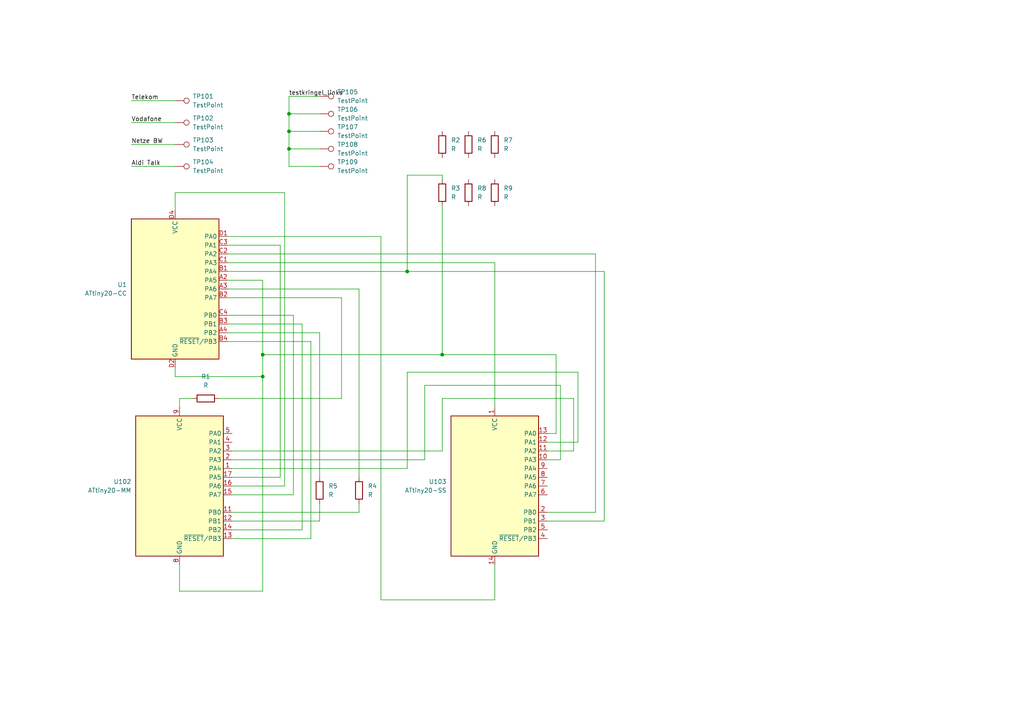
<source format=kicad_sch>
(kicad_sch (version 20250114) (generator "eeschema") (generator_version "9.0")
  (paper "A4")
  (lib_symbols
    (symbol "Connector:TestPoint" (pin_numbers (hide yes)) (pin_names (offset 0.762) (hide yes))
      (property "Reference" "TP" (at 0 6.858 0))
      (property "Value" "TestPoint" (at 0 5.08 0))
      (symbol "TestPoint_0_1"
        (circle (center 0 3.302) (radius 0.762))
      )
      (symbol "TestPoint_1_1"
        (pin passive line (at 0 0 90) (length 2.54) (name "1") (number "1"))
      )
    )
    (symbol "Device:R" (pin_numbers (hide yes)) (pin_names (offset 0))
      (property "Reference" "R" (at 2.032 0 90))
      (property "Value" "R" (at 0 0 90))
      (symbol "R_0_1"
        (rectangle (start -1.016 -2.54) (end 1.016 2.54) (stroke (width 0.254)))
      )
      (symbol "R_1_1"
        (pin passive line (at 0 3.81 270) (length 1.27) (name "~") (number "1"))
        (pin passive line (at 0 -3.81 90) (length 1.27) (name "~") (number "2"))
      )
    )
    (symbol "MCU_Microchip_ATtiny:ATtiny20-CC"
      (property "Reference" "U" (at -12.7 21.59 0))
      (property "Value" "ATtiny20-CC" (at 2.54 -21.59 0))
      (symbol "ATtiny20-CC_0_1"
        (rectangle (start -12.7 -20.32) (end 12.7 20.32) (stroke (width 0.254)) (fill (type background)))
      )
      (symbol "ATtiny20-CC_1_1"
        (pin power_in line (at 0 22.86 270) (length 2.54) (name "VCC") (number "D4"))
        (pin power_in line (at 0 -22.86 90) (length 2.54) (name "GND") (number "D2"))
        (pin passive line (at 0 -22.86 90) (length 2.54) (hide yes) (name "GND") (number "D3"))
        (pin bidirectional line (at 15.24 15.24 180) (length 2.54) (name "PA0") (number "D1"))
        (pin bidirectional line (at 15.24 12.7 180) (length 2.54) (name "PA1") (number "C3"))
        (pin bidirectional line (at 15.24 10.16 180) (length 2.54) (name "PA2") (number "C2"))
        (pin bidirectional line (at 15.24 7.62 180) (length 2.54) (name "PA3") (number "C1"))
        (pin bidirectional line (at 15.24 5.08 180) (length 2.54) (name "PA4") (number "B1"))
        (pin bidirectional line (at 15.24 2.54 180) (length 2.54) (name "PA5") (number "A2"))
        (pin bidirectional line (at 15.24 0 180) (length 2.54) (name "PA6") (number "A3"))
        (pin bidirectional line (at 15.24 -2.54 180) (length 2.54) (name "PA7") (number "B2"))
        (pin bidirectional line (at 15.24 -7.62 180) (length 2.54) (name "PB0") (number "C4"))
        (pin bidirectional line (at 15.24 -10.16 180) (length 2.54) (name "PB1") (number "B3"))
        (pin bidirectional line (at 15.24 -12.7 180) (length 2.54) (name "PB2") (number "A4"))
        (pin bidirectional line (at 15.24 -15.24 180) (length 2.54) (name "~{RESET}/PB3") (number "B4"))
      )
    )
    (symbol "MCU_Microchip_ATtiny:ATtiny20-MM"
      (property "Reference" "U" (at -12.7 21.59 0))
      (property "Value" "ATtiny20-MM" (at 2.54 -21.59 0))
      (symbol "ATtiny20-MM_0_1"
        (rectangle (start -12.7 -20.32) (end 12.7 20.32) (stroke (width 0.254)) (fill (type background)))
      )
      (symbol "ATtiny20-MM_1_1"
        (pin no_connect line (at -12.7 -5.08 0) (length 2.54) (hide yes) (name "NC") (number "6"))
        (pin no_connect line (at -12.7 -7.62 0) (length 2.54) (hide yes) (name "NC") (number "7"))
        (pin no_connect line (at -12.7 -10.16 0) (length 2.54) (hide yes) (name "NC") (number "10"))
        (pin no_connect line (at -12.7 -12.7 0) (length 2.54) (hide yes) (name "NC") (number "18"))
        (pin no_connect line (at -12.7 -15.24 0) (length 2.54) (hide yes) (name "NC") (number "19"))
        (pin no_connect line (at -12.7 -17.78 0) (length 2.54) (hide yes) (name "NC") (number "20"))
        (pin power_in line (at 0 22.86 270) (length 2.54) (name "VCC") (number "9"))
        (pin passive line (at 0 -22.86 90) (length 2.54) (hide yes) (name "GND") (number "21"))
        (pin power_in line (at 0 -22.86 90) (length 2.54) (name "GND") (number "8"))
        (pin bidirectional line (at 15.24 15.24 180) (length 2.54) (name "PA0") (number "5"))
        (pin bidirectional line (at 15.24 12.7 180) (length 2.54) (name "PA1") (number "4"))
        (pin bidirectional line (at 15.24 10.16 180) (length 2.54) (name "PA2") (number "3"))
        (pin bidirectional line (at 15.24 7.62 180) (length 2.54) (name "PA3") (number "2"))
        (pin bidirectional line (at 15.24 5.08 180) (length 2.54) (name "PA4") (number "1"))
        (pin bidirectional line (at 15.24 2.54 180) (length 2.54) (name "PA5") (number "17"))
        (pin bidirectional line (at 15.24 0 180) (length 2.54) (name "PA6") (number "16"))
        (pin bidirectional line (at 15.24 -2.54 180) (length 2.54) (name "PA7") (number "15"))
        (pin bidirectional line (at 15.24 -7.62 180) (length 2.54) (name "PB0") (number "11"))
        (pin bidirectional line (at 15.24 -10.16 180) (length 2.54) (name "PB1") (number "12"))
        (pin bidirectional line (at 15.24 -12.7 180) (length 2.54) (name "PB2") (number "14"))
        (pin bidirectional line (at 15.24 -15.24 180) (length 2.54) (name "~{RESET}/PB3") (number "13"))
      )
    )
    (symbol "MCU_Microchip_ATtiny:ATtiny20-SS"
      (property "Reference" "U" (at -12.7 21.59 0))
      (property "Value" "ATtiny20-SS" (at 2.54 -21.59 0))
      (symbol "ATtiny20-SS_0_1"
        (rectangle (start -12.7 -20.32) (end 12.7 20.32) (stroke (width 0.254)) (fill (type background)))
      )
      (symbol "ATtiny20-SS_1_1"
        (pin power_in line (at 0 22.86 270) (length 2.54) (name "VCC") (number "1"))
        (pin power_in line (at 0 -22.86 90) (length 2.54) (name "GND") (number "14"))
        (pin bidirectional line (at 15.24 15.24 180) (length 2.54) (name "PA0") (number "13"))
        (pin bidirectional line (at 15.24 12.7 180) (length 2.54) (name "PA1") (number "12"))
        (pin bidirectional line (at 15.24 10.16 180) (length 2.54) (name "PA2") (number "11"))
        (pin bidirectional line (at 15.24 7.62 180) (length 2.54) (name "PA3") (number "10"))
        (pin bidirectional line (at 15.24 5.08 180) (length 2.54) (name "PA4") (number "9"))
        (pin bidirectional line (at 15.24 2.54 180) (length 2.54) (name "PA5") (number "8"))
        (pin bidirectional line (at 15.24 0 180) (length 2.54) (name "PA6") (number "7"))
        (pin bidirectional line (at 15.24 -2.54 180) (length 2.54) (name "PA7") (number "6"))
        (pin bidirectional line (at 15.24 -7.62 180) (length 2.54) (name "PB0") (number "2"))
        (pin bidirectional line (at 15.24 -10.16 180) (length 2.54) (name "PB1") (number "3"))
        (pin bidirectional line (at 15.24 -12.7 180) (length 2.54) (name "PB2") (number "5"))
        (pin bidirectional line (at 15.24 -15.24 180) (length 2.54) (name "~{RESET}/PB3") (number "4"))
      )
    )
  )
  (junction (at 83.82 43.18))
  (junction (at 76.2 102.87))
  (junction (at 83.82 38.1))
  (junction (at 83.82 33.02))
  (junction (at 76.2 109.22))
  (junction (at 118.11 78.74))
  (junction (at 128.27 102.87))
  (wire (pts (xy 50.8 109.22) (xy 76.2 109.22)))
  (wire (pts (xy 166.37 130.81) (xy 158.75 130.81)))
  (wire (pts (xy 143.51 76.2) (xy 143.51 118.11)))
  (wire (pts (xy 161.29 102.87) (xy 128.27 102.87)))
  (wire (pts (xy 128.27 102.87) (xy 76.2 102.87)))
  (wire (pts (xy 52.07 171.45) (xy 76.2 171.45)))
  (wire (pts (xy 66.04 91.44) (xy 85.09 91.44)))
  (wire (pts (xy 87.63 93.98) (xy 87.63 153.67)))
  (wire (pts (xy 158.75 151.13) (xy 175.26 151.13)))
  (wire (pts (xy 38.1 29.21) (xy 50.8 29.21)))
  (wire (pts (xy 66.04 99.06) (xy 90.17 99.06)))
  (wire (pts (xy 110.49 173.99) (xy 110.49 68.58)))
  (wire (pts (xy 175.26 151.13) (xy 175.26 78.74)))
  (wire (pts (xy 76.2 81.28) (xy 76.2 102.87)))
  (wire (pts (xy 175.26 78.74) (xy 118.11 78.74)))
  (wire (pts (xy 83.82 38.1) (xy 83.82 43.18)))
  (wire (pts (xy 99.06 86.36) (xy 99.06 115.57)))
  (wire (pts (xy 158.75 148.59) (xy 172.72 148.59)))
  (wire (pts (xy 92.71 146.05) (xy 92.71 151.13)))
  (wire (pts (xy 90.17 156.21) (xy 67.31 156.21)))
  (wire (pts (xy 38.1 48.26) (xy 50.8 48.26)))
  (wire (pts (xy 118.11 107.95) (xy 118.11 135.89)))
  (wire (pts (xy 123.19 133.35) (xy 67.31 133.35)))
  (wire (pts (xy 66.04 93.98) (xy 87.63 93.98)))
  (wire (pts (xy 104.14 146.05) (xy 104.14 148.59)))
  (wire (pts (xy 90.17 99.06) (xy 90.17 156.21)))
  (wire (pts (xy 76.2 109.22) (xy 76.2 171.45)))
  (wire (pts (xy 82.55 55.88) (xy 82.55 140.97)))
  (wire (pts (xy 92.71 96.52) (xy 92.71 138.43)))
  (wire (pts (xy 83.82 48.26) (xy 92.71 48.26)))
  (wire (pts (xy 63.5 115.57) (xy 99.06 115.57)))
  (wire (pts (xy 66.04 71.12) (xy 81.28 71.12)))
  (wire (pts (xy 66.04 81.28) (xy 76.2 81.28)))
  (wire (pts (xy 167.64 128.27) (xy 167.64 107.95)))
  (wire (pts (xy 166.37 115.57) (xy 166.37 130.81)))
  (wire (pts (xy 50.8 106.68) (xy 50.8 109.22)))
  (wire (pts (xy 52.07 163.83) (xy 52.07 171.45)))
  (wire (pts (xy 110.49 68.58) (xy 66.04 68.58)))
  (wire (pts (xy 118.11 50.8) (xy 118.11 78.74)))
  (wire (pts (xy 167.64 107.95) (xy 118.11 107.95)))
  (wire (pts (xy 128.27 115.57) (xy 166.37 115.57)))
  (wire (pts (xy 158.75 125.73) (xy 161.29 125.73)))
  (wire (pts (xy 67.31 135.89) (xy 118.11 135.89)))
  (wire (pts (xy 85.09 143.51) (xy 67.31 143.51)))
  (wire (pts (xy 38.1 35.56) (xy 50.8 35.56)))
  (wire (pts (xy 104.14 83.82) (xy 104.14 138.43)))
  (wire (pts (xy 128.27 130.81) (xy 128.27 115.57)))
  (wire (pts (xy 67.31 130.81) (xy 128.27 130.81)))
  (wire (pts (xy 83.82 33.02) (xy 83.82 38.1)))
  (wire (pts (xy 66.04 76.2) (xy 143.51 76.2)))
  (wire (pts (xy 123.19 111.76) (xy 123.19 133.35)))
  (wire (pts (xy 83.82 33.02) (xy 92.71 33.02)))
  (wire (pts (xy 76.2 102.87) (xy 76.2 109.22)))
  (wire (pts (xy 81.28 71.12) (xy 81.28 138.43)))
  (wire (pts (xy 66.04 96.52) (xy 92.71 96.52)))
  (wire (pts (xy 52.07 115.57) (xy 52.07 118.11)))
  (wire (pts (xy 158.75 133.35) (xy 162.56 133.35)))
  (wire (pts (xy 118.11 78.74) (xy 66.04 78.74)))
  (wire (pts (xy 66.04 73.66) (xy 172.72 73.66)))
  (wire (pts (xy 38.1 41.91) (xy 50.8 41.91)))
  (wire (pts (xy 128.27 52.07) (xy 128.27 50.8)))
  (wire (pts (xy 92.71 151.13) (xy 67.31 151.13)))
  (wire (pts (xy 143.51 163.83) (xy 143.51 173.99)))
  (wire (pts (xy 81.28 138.43) (xy 67.31 138.43)))
  (wire (pts (xy 128.27 59.69) (xy 128.27 102.87)))
  (wire (pts (xy 158.75 128.27) (xy 167.64 128.27)))
  (wire (pts (xy 83.82 38.1) (xy 92.71 38.1)))
  (wire (pts (xy 83.82 43.18) (xy 92.71 43.18)))
  (wire (pts (xy 50.8 55.88) (xy 82.55 55.88)))
  (wire (pts (xy 83.82 27.94) (xy 83.82 33.02)))
  (wire (pts (xy 85.09 91.44) (xy 85.09 143.51)))
  (wire (pts (xy 82.55 140.97) (xy 67.31 140.97)))
  (wire (pts (xy 143.51 173.99) (xy 110.49 173.99)))
  (wire (pts (xy 66.04 86.36) (xy 99.06 86.36)))
  (wire (pts (xy 172.72 148.59) (xy 172.72 73.66)))
  (wire (pts (xy 66.04 83.82) (xy 104.14 83.82)))
  (wire (pts (xy 128.27 50.8) (xy 118.11 50.8)))
  (wire (pts (xy 83.82 27.94) (xy 92.71 27.94)))
  (wire (pts (xy 162.56 111.76) (xy 123.19 111.76)))
  (wire (pts (xy 162.56 133.35) (xy 162.56 111.76)))
  (wire (pts (xy 83.82 43.18) (xy 83.82 48.26)))
  (wire (pts (xy 55.88 115.57) (xy 52.07 115.57)))
  (wire (pts (xy 87.63 153.67) (xy 67.31 153.67)))
  (wire (pts (xy 161.29 125.73) (xy 161.29 102.87)))
  (wire (pts (xy 104.14 148.59) (xy 67.31 148.59)))
  (wire (pts (xy 50.8 60.96) (xy 50.8 55.88)))
  (label "testkringel_links" (at 83.82 27.94 0))
  (label "Aldi Talk" (at 38.1 48.26 0))
  (label "Netze BW" (at 38.1 41.91 0))
  (label "Telekom" (at 38.1 29.21 0))
  (label "Vodafone" (at 38.1 35.56 0))
  (symbol (lib_id "Connector:TestPoint") (at 50.8 35.56 270) (mirror x) (unit 1)
    (property "Reference" "TP102" (at 55.88 34.2899 90) (effects (justify left)))
    (property "Value" "TestPoint" (at 55.88 36.8299 90) (effects (justify left)))
    (property "Footprint" "TestPoint:TestPoint_Pad_D1.5mm" (effects (hide yes)))
    (property "Description" "test point" (effects (hide yes)))
  )
  (symbol (lib_id "Connector:TestPoint") (at 50.8 29.21 270) (mirror x) (unit 1)
    (property "Reference" "TP101" (at 55.88 27.9399 90) (effects (justify left)))
    (property "Value" "TestPoint" (at 55.88 30.4799 90) (effects (justify left)))
    (property "Footprint" "TestPoint:TestPoint_Pad_D1.5mm" (effects (hide yes)))
    (property "Description" "test point" (effects (hide yes)))
  )
  (symbol (lib_id "Device:R") (at 104.14 142.24 180) (unit 1)
    (property "Reference" "R4" (at 106.68 140.9699 0) (effects (justify right)))
    (property "Value" "R" (at 106.68 143.5099 0) (effects (justify right)))
    (property "Footprint" "Resistor_SMD:R_0201_0603Metric" (effects (hide yes)))
    (property "Description" "Resistor" (effects (hide yes)))
  )
  (symbol (lib_id "Device:R") (at 135.89 41.91 0) (unit 1)
    (property "Reference" "R6" (at 138.43 40.6399 0) (effects (justify left)))
    (property "Value" "R" (at 138.43 43.1799 0) (effects (justify left)))
    (property "Footprint" "Resistor_SMD:R_0402_1005Metric" (effects (hide yes)))
    (property "Description" "Resistor" (effects (hide yes)))
  )
  (symbol (lib_id "Connector:TestPoint") (at 92.71 43.18 270) (mirror x) (unit 1)
    (property "Reference" "TP108" (at 97.79 41.9099 90) (effects (justify left)))
    (property "Value" "TestPoint" (at 97.79 44.4499 90) (effects (justify left)))
    (property "Footprint" "TestPoint:TestPoint_Pad_D1.5mm" (effects (hide yes)))
    (property "Description" "test point" (effects (hide yes)))
  )
  (symbol (lib_id "MCU_Microchip_ATtiny:ATtiny20-MM") (at 52.07 140.97 0) (unit 1)
    (property "Reference" "U102" (at 38.1 139.6999 0) (effects (justify right)))
    (property "Value" "ATtiny20-MM" (at 38.1 142.2399 0) (effects (justify right)))
    (property "Footprint" "Package_DFN_QFN:QFN-20-1EP_3x3mm_P0.45mm_EP1.6x1.6mm" (effects (hide yes)))
    (property "Datasheet" "http://ww1.microchip.com/downloads/en/DeviceDoc/atmel-8235-8-bit-avr-microcontroller-attiny20_datasheet.pdf" (effects (hide yes)))
    (property "Description" "12MHz, 2kB Flash, 128B SRAM, No EEPROM, QFN-20" (effects (hide yes)))
  )
  (symbol (lib_id "Device:R") (at 128.27 41.91 0) (unit 1)
    (property "Reference" "R2" (at 130.81 40.6399 0) (effects (justify left)))
    (property "Value" "R" (at 130.81 43.1799 0) (effects (justify left)))
    (property "Footprint" "Resistor_SMD:R_0402_1005Metric" (effects (hide yes)))
    (property "Description" "Resistor" (effects (hide yes)))
  )
  (symbol (lib_id "Connector:TestPoint") (at 50.8 41.91 270) (mirror x) (unit 1)
    (property "Reference" "TP103" (at 55.88 40.6399 90) (effects (justify left)))
    (property "Value" "TestPoint" (at 55.88 43.1799 90) (effects (justify left)))
    (property "Footprint" "TestPoint:TestPoint_Pad_D1.5mm" (effects (hide yes)))
    (property "Description" "test point" (effects (hide yes)))
  )
  (symbol (lib_id "Connector:TestPoint") (at 92.71 33.02 270) (mirror x) (unit 1)
    (property "Reference" "TP106" (at 97.79 31.7499 90) (effects (justify left)))
    (property "Value" "TestPoint" (at 97.79 34.2899 90) (effects (justify left)))
    (property "Footprint" "TestPoint:TestPoint_Pad_D1.5mm" (effects (hide yes)))
    (property "Description" "test point" (effects (hide yes)))
  )
  (symbol (lib_id "Device:R") (at 143.51 55.88 0) (unit 1)
    (property "Reference" "R9" (at 146.05 54.6099 0) (effects (justify left)))
    (property "Value" "R" (at 146.05 57.1499 0) (effects (justify left)))
    (property "Footprint" "Resistor_SMD:R_1206_3216Metric" (effects (hide yes)))
    (property "Description" "Resistor" (effects (hide yes)))
  )
  (symbol (lib_id "Connector:TestPoint") (at 92.71 48.26 270) (mirror x) (unit 1)
    (property "Reference" "TP109" (at 97.79 46.9899 90) (effects (justify left)))
    (property "Value" "TestPoint" (at 97.79 49.5299 90) (effects (justify left)))
    (property "Footprint" "TestPoint:TestPoint_Pad_D1.5mm" (effects (hide yes)))
    (property "Description" "test point" (effects (hide yes)))
  )
  (symbol (lib_id "MCU_Microchip_ATtiny:ATtiny20-CC") (at 50.8 83.82 0) (unit 1)
    (property "Reference" "U1" (at 36.83 82.5499 0) (effects (justify right)))
    (property "Value" "ATtiny20-CC" (at 36.83 85.0899 0) (effects (justify right)))
    (property "Footprint" "Package_BGA:UFBGA-15_3.0x3.0mm_Layout4x4_P0.65mm" (effects (hide yes)))
    (property "Datasheet" "http://ww1.microchip.com/downloads/en/DeviceDoc/atmel-8235-8-bit-avr-microcontroller-attiny20_datasheet.pdf" (effects (hide yes)))
    (property "Description" "12MHz, 2kB Flash, 128B SRAM, No EEPROM, UFBGA-15" (effects (hide yes)))
  )
  (symbol (lib_id "Device:R") (at 143.51 41.91 0) (unit 1)
    (property "Reference" "R7" (at 146.05 40.6399 0) (effects (justify left)))
    (property "Value" "R" (at 146.05 43.1799 0) (effects (justify left)))
    (property "Footprint" "Resistor_SMD:R_0402_1005Metric" (effects (hide yes)))
    (property "Description" "Resistor" (effects (hide yes)))
  )
  (symbol (lib_id "Device:R") (at 135.89 55.88 0) (unit 1)
    (property "Reference" "R8" (at 138.43 54.6099 0) (effects (justify left)))
    (property "Value" "R" (at 138.43 57.1499 0) (effects (justify left)))
    (property "Footprint" "Resistor_SMD:R_1206_3216Metric" (effects (hide yes)))
    (property "Description" "Resistor" (effects (hide yes)))
  )
  (symbol (lib_id "Device:R") (at 128.27 55.88 180) (unit 1)
    (property "Reference" "R3" (at 130.81 54.6099 0) (effects (justify right)))
    (property "Value" "R" (at 130.81 57.1499 0) (effects (justify right)))
    (property "Footprint" "Resistor_SMD:R_1206_3216Metric" (effects (hide yes)))
    (property "Description" "Resistor" (effects (hide yes)))
  )
  (symbol (lib_id "Connector:TestPoint") (at 92.71 27.94 270) (mirror x) (unit 1)
    (property "Reference" "TP105" (at 97.79 26.6699 90) (effects (justify left)))
    (property "Value" "TestPoint" (at 97.79 29.2099 90) (effects (justify left)))
    (property "Footprint" "TestPoint:TestPoint_Pad_D1.5mm" (effects (hide yes)))
    (property "Description" "test point" (effects (hide yes)))
  )
  (symbol (lib_id "Connector:TestPoint") (at 50.8 48.26 270) (mirror x) (unit 1)
    (property "Reference" "TP104" (at 55.88 46.9899 90) (effects (justify left)))
    (property "Value" "TestPoint" (at 55.88 49.5299 90) (effects (justify left)))
    (property "Footprint" "TestPoint:TestPoint_Pad_D1.5mm" (effects (hide yes)))
    (property "Description" "test point" (effects (hide yes)))
  )
  (symbol (lib_id "Connector:TestPoint") (at 92.71 38.1 270) (mirror x) (unit 1)
    (property "Reference" "TP107" (at 97.79 36.8299 90) (effects (justify left)))
    (property "Value" "TestPoint" (at 97.79 39.3699 90) (effects (justify left)))
    (property "Footprint" "TestPoint:TestPoint_Pad_D1.5mm" (effects (hide yes)))
    (property "Description" "test point" (effects (hide yes)))
  )
  (symbol (lib_id "MCU_Microchip_ATtiny:ATtiny20-SS") (at 143.51 140.97 0) (unit 1)
    (property "Reference" "U103" (at 129.54 139.6999 0) (effects (justify right)))
    (property "Value" "ATtiny20-SS" (at 129.54 142.2399 0) (effects (justify right)))
    (property "Footprint" "Package_SO:SOIC-14_3.9x8.7mm_P1.27mm" (effects (hide yes)))
    (property "Datasheet" "http://ww1.microchip.com/downloads/en/DeviceDoc/atmel-8235-8-bit-avr-microcontroller-attiny20_datasheet.pdf" (effects (hide yes)))
    (property "Description" "12MHz, 2kB Flash, 128B SRAM, No EEPROM, SOIC-14" (effects (hide yes)))
  )
  (symbol (lib_id "Device:R") (at 92.71 142.24 180) (unit 1)
    (property "Reference" "R5" (at 95.25 140.9699 0) (effects (justify right)))
    (property "Value" "R" (at 95.25 143.5099 0) (effects (justify right)))
    (property "Footprint" "Resistor_SMD:R_0201_0603Metric" (effects (hide yes)))
    (property "Description" "Resistor" (effects (hide yes)))
  )
  (symbol (lib_id "Device:R") (at 59.69 115.57 90) (unit 1)
    (property "Reference" "R1" (at 59.69 109.22 90))
    (property "Value" "R" (at 59.69 111.76 90))
    (property "Footprint" "Resistor_SMD:R_0201_0603Metric" (effects (hide yes)))
    (property "Description" "Resistor" (effects (hide yes)))
  )
)
</source>
